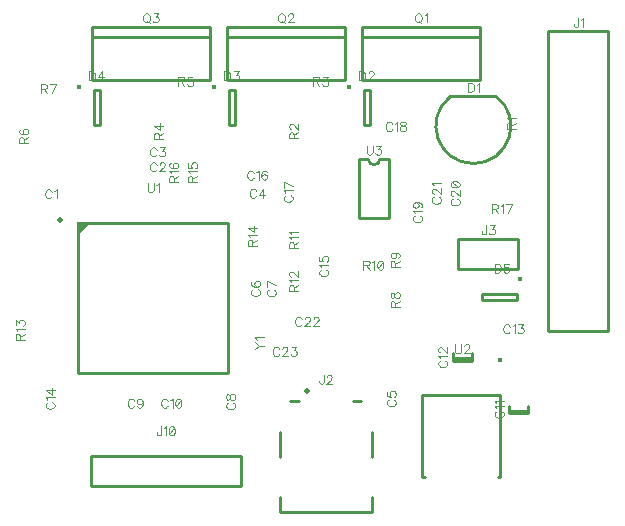
<source format=gbr>
G04 DipTrace 2.4.0.2*
%INTopSilk.gbr*%
%MOIN*%
%ADD10C,0.0098*%
%ADD24C,0.0154*%
%ADD29C,0.0197*%
%ADD34O,0.0179X0.0184*%
%ADD85C,0.0046*%
%FSLAX44Y44*%
G04*
G70*
G90*
G75*
G01*
%LNTopSilk*%
%LPD*%
X21252Y6945D2*
D10*
X20622D1*
X21252Y6870D2*
X20622D1*
X21252D2*
Y7106D1*
X20622Y6870D2*
Y7106D1*
X19377Y8695D2*
X18747D1*
X19377Y8620D2*
X18747D1*
X19377D2*
Y8856D1*
X18747Y8620D2*
Y8856D1*
X18688Y17437D2*
X20186D1*
X18685Y17435D2*
G03X20189Y17435I752J-998D01*
G01*
D24*
X15290Y17745D3*
X15791Y17653D2*
D10*
Y16472D1*
X15988D1*
Y17653D1*
X15791D1*
D24*
X10790Y17745D3*
X11291Y17653D2*
D10*
Y16472D1*
X11488D1*
Y17653D1*
X11291D1*
D24*
X6290Y17745D3*
X6791Y17653D2*
D10*
Y16472D1*
X6988D1*
Y17653D1*
X6791D1*
D24*
X20995Y11334D3*
X20903Y10833D2*
D10*
X19722D1*
Y10636D1*
X20903D1*
Y10833D1*
X21937Y9596D2*
X23937D1*
Y19596D1*
X21937D1*
Y9596D1*
X12981Y3571D2*
X16052D1*
X12981D2*
Y4063D1*
Y5394D2*
Y6236D1*
X13335Y7271D2*
X13611D1*
X15422D2*
X15697D1*
X16052Y6236D2*
Y5394D1*
Y4063D2*
Y3571D1*
D29*
X13886Y7606D3*
X20937Y12687D2*
D10*
X18937D1*
Y11687D1*
X20937D1*
Y12687D1*
X6687Y5437D2*
X11687D1*
Y4437D1*
X6687D1*
Y5437D1*
X15719Y19750D2*
X19656D1*
Y17978D1*
X15719D1*
Y19750D1*
Y19396D2*
X19656D1*
X11219Y19750D2*
X15156D1*
Y17978D1*
X11219D1*
Y19750D1*
Y19396D2*
X15156D1*
X6719Y19750D2*
X10656D1*
Y17978D1*
X6719D1*
Y19750D1*
Y19396D2*
X10656D1*
X6258Y13200D2*
X11258D1*
Y8200D1*
X6258D1*
Y13200D1*
G36*
X6219Y13239D2*
Y12763D1*
X6695Y13239D1*
X6219D1*
G37*
D34*
X5669Y13296D3*
X20339Y7478D2*
D10*
X17740D1*
X20339Y4722D2*
Y7478D1*
Y4722D2*
X20260D1*
X17740D2*
Y7478D1*
Y4722D2*
X17819D1*
D24*
X20329Y8628D3*
X15613Y15341D2*
D10*
Y13372D1*
X16637Y15341D2*
Y13372D1*
X15613D2*
X16637D1*
X15928Y15341D2*
X15613D1*
X16322D2*
X16637D1*
X15928D2*
G03X16322Y15341I197J0D01*
G01*
X5378Y14252D2*
D85*
X5363Y14280D1*
X5335Y14309D1*
X5306Y14323D1*
X5249D1*
X5220Y14309D1*
X5191Y14280D1*
X5177Y14252D1*
X5162Y14208D1*
Y14136D1*
X5177Y14094D1*
X5191Y14065D1*
X5220Y14036D1*
X5249Y14022D1*
X5306D1*
X5335Y14036D1*
X5363Y14065D1*
X5378Y14094D1*
X5470Y14265D2*
X5499Y14280D1*
X5542Y14323D1*
Y14022D1*
X8874Y15152D2*
X8860Y15181D1*
X8831Y15210D1*
X8803Y15224D1*
X8745D1*
X8716Y15210D1*
X8688Y15181D1*
X8673Y15152D1*
X8659Y15109D1*
Y15037D1*
X8673Y14994D1*
X8688Y14965D1*
X8716Y14937D1*
X8745Y14922D1*
X8803D1*
X8831Y14937D1*
X8860Y14965D1*
X8874Y14994D1*
X8981Y15152D2*
Y15166D1*
X8996Y15195D1*
X9010Y15209D1*
X9039Y15223D1*
X9096D1*
X9125Y15209D1*
X9139Y15195D1*
X9154Y15166D1*
Y15138D1*
X9139Y15109D1*
X9110Y15066D1*
X8967Y14922D1*
X9168D1*
X8874Y15652D2*
X8860Y15681D1*
X8831Y15710D1*
X8803Y15724D1*
X8745D1*
X8716Y15710D1*
X8688Y15681D1*
X8673Y15652D1*
X8659Y15609D1*
Y15537D1*
X8673Y15494D1*
X8688Y15465D1*
X8716Y15437D1*
X8745Y15422D1*
X8803D1*
X8831Y15437D1*
X8860Y15465D1*
X8874Y15494D1*
X8996Y15723D2*
X9153D1*
X9067Y15609D1*
X9110D1*
X9139Y15594D1*
X9153Y15580D1*
X9168Y15537D1*
Y15509D1*
X9153Y15465D1*
X9125Y15437D1*
X9082Y15422D1*
X9038D1*
X8996Y15437D1*
X8981Y15451D1*
X8967Y15480D1*
X12198Y14277D2*
X12184Y14306D1*
X12155Y14335D1*
X12126Y14349D1*
X12069D1*
X12040Y14335D1*
X12011Y14306D1*
X11997Y14277D1*
X11983Y14234D1*
Y14162D1*
X11997Y14119D1*
X12011Y14090D1*
X12040Y14062D1*
X12069Y14047D1*
X12126D1*
X12155Y14062D1*
X12184Y14090D1*
X12198Y14119D1*
X12434Y14047D2*
Y14348D1*
X12290Y14148D1*
X12506D1*
X16622Y7313D2*
X16594Y7299D1*
X16565Y7270D1*
X16551Y7242D1*
Y7184D1*
X16565Y7155D1*
X16594Y7127D1*
X16622Y7112D1*
X16666Y7098D1*
X16738D1*
X16780Y7112D1*
X16809Y7127D1*
X16838Y7155D1*
X16852Y7184D1*
Y7242D1*
X16838Y7270D1*
X16809Y7299D1*
X16780Y7313D1*
X16551Y7578D2*
Y7435D1*
X16680Y7420D1*
X16666Y7435D1*
X16651Y7478D1*
Y7521D1*
X16666Y7564D1*
X16694Y7593D1*
X16738Y7607D1*
X16766D1*
X16809Y7593D1*
X16838Y7564D1*
X16852Y7521D1*
Y7478D1*
X16838Y7435D1*
X16823Y7420D1*
X16795Y7406D1*
X12092Y10990D2*
X12063Y10976D1*
X12035Y10947D1*
X12020Y10918D1*
Y10861D1*
X12035Y10832D1*
X12063Y10803D1*
X12092Y10789D1*
X12135Y10775D1*
X12207D1*
X12250Y10789D1*
X12279Y10803D1*
X12307Y10832D1*
X12322Y10861D1*
Y10918D1*
X12307Y10947D1*
X12279Y10976D1*
X12250Y10990D1*
X12063Y11255D2*
X12035Y11240D1*
X12021Y11197D1*
Y11169D1*
X12035Y11126D1*
X12078Y11097D1*
X12150Y11082D1*
X12221D1*
X12279Y11097D1*
X12307Y11126D1*
X12322Y11169D1*
Y11183D1*
X12307Y11226D1*
X12279Y11255D1*
X12236Y11269D1*
X12221D1*
X12178Y11255D1*
X12150Y11226D1*
X12135Y11183D1*
Y11169D1*
X12150Y11126D1*
X12178Y11097D1*
X12221Y11082D1*
X12622Y10982D2*
X12594Y10968D1*
X12565Y10939D1*
X12551Y10911D1*
Y10853D1*
X12565Y10825D1*
X12594Y10796D1*
X12622Y10782D1*
X12666Y10767D1*
X12738D1*
X12780Y10782D1*
X12809Y10796D1*
X12838Y10825D1*
X12852Y10853D1*
Y10911D1*
X12838Y10939D1*
X12809Y10968D1*
X12780Y10982D1*
X12852Y11132D2*
X12551Y11276D1*
Y11075D1*
X11264Y7214D2*
X11236Y7200D1*
X11207Y7171D1*
X11193Y7142D1*
Y7085D1*
X11207Y7056D1*
X11236Y7028D1*
X11264Y7013D1*
X11307Y6999D1*
X11379D1*
X11422Y7013D1*
X11451Y7028D1*
X11479Y7056D1*
X11494Y7085D1*
Y7142D1*
X11479Y7171D1*
X11451Y7200D1*
X11422Y7214D1*
X11193Y7378D2*
X11207Y7335D1*
X11236Y7321D1*
X11265D1*
X11293Y7335D1*
X11308Y7364D1*
X11322Y7421D1*
X11336Y7464D1*
X11365Y7493D1*
X11394Y7507D1*
X11437D1*
X11465Y7493D1*
X11480Y7479D1*
X11494Y7436D1*
Y7378D1*
X11480Y7335D1*
X11465Y7321D1*
X11437Y7307D1*
X11394D1*
X11365Y7321D1*
X11336Y7350D1*
X11322Y7392D1*
X11308Y7450D1*
X11293Y7479D1*
X11265Y7493D1*
X11236D1*
X11207Y7479D1*
X11193Y7436D1*
Y7378D1*
X8131Y7277D2*
X8117Y7306D1*
X8088Y7335D1*
X8060Y7349D1*
X8002D1*
X7973Y7335D1*
X7945Y7306D1*
X7930Y7277D1*
X7916Y7234D1*
Y7162D1*
X7930Y7119D1*
X7945Y7090D1*
X7973Y7062D1*
X8002Y7047D1*
X8060D1*
X8088Y7062D1*
X8117Y7090D1*
X8131Y7119D1*
X8411Y7248D2*
X8396Y7205D1*
X8368Y7176D1*
X8324Y7162D1*
X8310D1*
X8267Y7176D1*
X8239Y7205D1*
X8224Y7248D1*
Y7263D1*
X8239Y7306D1*
X8267Y7334D1*
X8310Y7348D1*
X8324D1*
X8368Y7334D1*
X8396Y7306D1*
X8411Y7248D1*
Y7176D1*
X8396Y7105D1*
X8368Y7062D1*
X8324Y7047D1*
X8296D1*
X8253Y7062D1*
X8239Y7090D1*
X9248Y7277D2*
X9233Y7306D1*
X9205Y7335D1*
X9176Y7349D1*
X9119D1*
X9090Y7335D1*
X9061Y7306D1*
X9047Y7277D1*
X9032Y7234D1*
Y7162D1*
X9047Y7119D1*
X9061Y7090D1*
X9090Y7062D1*
X9119Y7047D1*
X9176D1*
X9205Y7062D1*
X9233Y7090D1*
X9248Y7119D1*
X9340Y7291D2*
X9369Y7306D1*
X9412Y7348D1*
Y7047D1*
X9591Y7348D2*
X9548Y7334D1*
X9519Y7291D1*
X9505Y7219D1*
Y7176D1*
X9519Y7105D1*
X9548Y7062D1*
X9591Y7047D1*
X9620D1*
X9663Y7062D1*
X9691Y7105D1*
X9706Y7176D1*
Y7219D1*
X9691Y7291D1*
X9663Y7334D1*
X9620Y7348D1*
X9591D1*
X9691Y7291D2*
X9519Y7105D1*
X20215Y6931D2*
X20186Y6917D1*
X20158Y6888D1*
X20143Y6860D1*
Y6802D1*
X20158Y6773D1*
X20186Y6745D1*
X20215Y6730D1*
X20258Y6716D1*
X20330D1*
X20373Y6730D1*
X20402Y6745D1*
X20430Y6773D1*
X20445Y6802D1*
Y6860D1*
X20430Y6888D1*
X20402Y6917D1*
X20373Y6931D1*
X20201Y7024D2*
X20186Y7053D1*
X20144Y7096D1*
X20445D1*
X20201Y7188D2*
X20186Y7217D1*
X20144Y7260D1*
X20445D1*
X18340Y8617D2*
X18311Y8602D1*
X18283Y8574D1*
X18268Y8545D1*
Y8488D1*
X18283Y8459D1*
X18311Y8430D1*
X18340Y8416D1*
X18383Y8401D1*
X18455D1*
X18498Y8416D1*
X18527Y8430D1*
X18555Y8459D1*
X18570Y8488D1*
Y8545D1*
X18555Y8574D1*
X18527Y8602D1*
X18498Y8617D1*
X18326Y8709D2*
X18311Y8738D1*
X18269Y8781D1*
X18570D1*
X18340Y8889D2*
X18326D1*
X18297Y8903D1*
X18283Y8917D1*
X18269Y8946D1*
Y9003D1*
X18283Y9032D1*
X18297Y9046D1*
X18326Y9061D1*
X18355D1*
X18383Y9046D1*
X18426Y9018D1*
X18570Y8874D1*
Y9075D1*
X20650Y9752D2*
X20636Y9780D1*
X20607Y9809D1*
X20579Y9823D1*
X20521D1*
X20492Y9809D1*
X20464Y9780D1*
X20449Y9752D1*
X20435Y9708D1*
Y9636D1*
X20449Y9594D1*
X20464Y9565D1*
X20492Y9536D1*
X20521Y9522D1*
X20579D1*
X20607Y9536D1*
X20636Y9565D1*
X20650Y9594D1*
X20743Y9765D2*
X20772Y9780D1*
X20815Y9823D1*
Y9522D1*
X20936Y9823D2*
X21094D1*
X21008Y9708D1*
X21051D1*
X21080Y9694D1*
X21094Y9680D1*
X21108Y9636D1*
Y9608D1*
X21094Y9565D1*
X21065Y9536D1*
X21022Y9522D1*
X20979D1*
X20936Y9536D1*
X20922Y9551D1*
X20907Y9579D1*
X5247Y7224D2*
X5219Y7209D1*
X5190Y7181D1*
X5176Y7152D1*
Y7095D1*
X5190Y7066D1*
X5219Y7037D1*
X5247Y7023D1*
X5291Y7009D1*
X5363D1*
X5405Y7023D1*
X5434Y7037D1*
X5463Y7066D1*
X5477Y7095D1*
Y7152D1*
X5463Y7181D1*
X5434Y7209D1*
X5405Y7224D1*
X5234Y7316D2*
X5219Y7345D1*
X5176Y7388D1*
X5477D1*
Y7625D2*
X5176D1*
X5377Y7481D1*
Y7696D1*
X14372Y11650D2*
X14344Y11636D1*
X14315Y11607D1*
X14301Y11579D1*
Y11521D1*
X14315Y11492D1*
X14344Y11464D1*
X14372Y11449D1*
X14416Y11435D1*
X14488D1*
X14530Y11449D1*
X14559Y11464D1*
X14588Y11492D1*
X14602Y11521D1*
Y11579D1*
X14588Y11607D1*
X14559Y11636D1*
X14530Y11650D1*
X14359Y11743D2*
X14344Y11772D1*
X14301Y11815D1*
X14602D1*
X14301Y12080D2*
Y11936D1*
X14430Y11922D1*
X14416Y11936D1*
X14401Y11979D1*
Y12022D1*
X14416Y12065D1*
X14444Y12094D1*
X14488Y12108D1*
X14516D1*
X14559Y12094D1*
X14588Y12065D1*
X14602Y12022D1*
Y11979D1*
X14588Y11936D1*
X14573Y11922D1*
X14545Y11907D1*
X12113Y14877D2*
X12099Y14905D1*
X12070Y14934D1*
X12042Y14948D1*
X11984D1*
X11955Y14934D1*
X11927Y14905D1*
X11912Y14877D1*
X11898Y14833D1*
Y14761D1*
X11912Y14719D1*
X11927Y14690D1*
X11955Y14661D1*
X11984Y14647D1*
X12042D1*
X12070Y14661D1*
X12099Y14690D1*
X12113Y14719D1*
X12206Y14890D2*
X12235Y14905D1*
X12278Y14948D1*
Y14647D1*
X12543Y14905D2*
X12528Y14934D1*
X12485Y14948D1*
X12457D1*
X12414Y14934D1*
X12385Y14890D1*
X12370Y14819D1*
Y14747D1*
X12385Y14690D1*
X12414Y14661D1*
X12457Y14647D1*
X12471D1*
X12514Y14661D1*
X12543Y14690D1*
X12557Y14733D1*
Y14747D1*
X12543Y14790D1*
X12514Y14819D1*
X12471Y14833D1*
X12457D1*
X12414Y14819D1*
X12385Y14790D1*
X12370Y14747D1*
X13183Y14127D2*
X13155Y14112D1*
X13126Y14083D1*
X13112Y14055D1*
Y13998D1*
X13126Y13969D1*
X13155Y13940D1*
X13183Y13926D1*
X13227Y13911D1*
X13299D1*
X13341Y13926D1*
X13370Y13940D1*
X13399Y13969D1*
X13413Y13998D1*
Y14055D1*
X13399Y14083D1*
X13370Y14112D1*
X13341Y14127D1*
X13170Y14219D2*
X13155Y14248D1*
X13112Y14291D1*
X13413D1*
Y14441D2*
X13112Y14585D1*
Y14384D1*
X16731Y16502D2*
X16717Y16530D1*
X16688Y16559D1*
X16659Y16573D1*
X16602D1*
X16573Y16559D1*
X16545Y16530D1*
X16530Y16502D1*
X16516Y16458D1*
Y16386D1*
X16530Y16344D1*
X16545Y16315D1*
X16573Y16286D1*
X16602Y16272D1*
X16659D1*
X16688Y16286D1*
X16717Y16315D1*
X16731Y16344D1*
X16824Y16515D2*
X16853Y16530D1*
X16896Y16573D1*
Y16272D1*
X17060Y16573D2*
X17017Y16559D1*
X17003Y16530D1*
Y16501D1*
X17017Y16473D1*
X17046Y16458D1*
X17103Y16444D1*
X17146Y16430D1*
X17175Y16401D1*
X17189Y16372D1*
Y16329D1*
X17175Y16301D1*
X17160Y16286D1*
X17117Y16272D1*
X17060D1*
X17017Y16286D1*
X17003Y16301D1*
X16988Y16329D1*
Y16372D1*
X17003Y16401D1*
X17031Y16430D1*
X17074Y16444D1*
X17132Y16458D1*
X17160Y16473D1*
X17175Y16501D1*
Y16530D1*
X17160Y16559D1*
X17117Y16573D1*
X17060D1*
X17497Y13452D2*
X17469Y13437D1*
X17440Y13408D1*
X17426Y13380D1*
Y13323D1*
X17440Y13294D1*
X17469Y13265D1*
X17497Y13251D1*
X17541Y13236D1*
X17613D1*
X17655Y13251D1*
X17684Y13265D1*
X17713Y13294D1*
X17727Y13323D1*
Y13380D1*
X17713Y13408D1*
X17684Y13437D1*
X17655Y13452D1*
X17484Y13544D2*
X17469Y13573D1*
X17426Y13616D1*
X17727D1*
X17526Y13896D2*
X17569Y13881D1*
X17598Y13852D1*
X17613Y13809D1*
Y13795D1*
X17598Y13752D1*
X17569Y13723D1*
X17526Y13709D1*
X17512D1*
X17469Y13723D1*
X17440Y13752D1*
X17426Y13795D1*
Y13809D1*
X17440Y13852D1*
X17469Y13881D1*
X17526Y13896D1*
X17598D1*
X17670Y13881D1*
X17713Y13852D1*
X17727Y13809D1*
Y13781D1*
X17713Y13738D1*
X17684Y13723D1*
X18747Y14005D2*
X18719Y13991D1*
X18690Y13962D1*
X18676Y13933D1*
Y13876D1*
X18690Y13847D1*
X18719Y13819D1*
X18747Y13804D1*
X18791Y13790D1*
X18863D1*
X18905Y13804D1*
X18934Y13819D1*
X18963Y13847D1*
X18977Y13876D1*
Y13933D1*
X18963Y13962D1*
X18934Y13991D1*
X18905Y14005D1*
X18748Y14112D2*
X18734D1*
X18705Y14126D1*
X18690Y14141D1*
X18676Y14170D1*
Y14227D1*
X18690Y14255D1*
X18705Y14270D1*
X18734Y14284D1*
X18762D1*
X18791Y14270D1*
X18834Y14241D1*
X18977Y14098D1*
Y14299D1*
X18676Y14477D2*
X18690Y14434D1*
X18734Y14405D1*
X18805Y14391D1*
X18848D1*
X18920Y14405D1*
X18963Y14434D1*
X18977Y14477D1*
Y14506D1*
X18963Y14549D1*
X18920Y14578D1*
X18848Y14592D1*
X18805D1*
X18734Y14578D1*
X18690Y14549D1*
X18676Y14506D1*
Y14477D1*
X18734Y14578D2*
X18920Y14405D1*
X18122Y14069D2*
X18094Y14055D1*
X18065Y14026D1*
X18051Y13998D1*
Y13940D1*
X18065Y13912D1*
X18094Y13883D1*
X18122Y13869D1*
X18166Y13854D1*
X18238D1*
X18280Y13869D1*
X18309Y13883D1*
X18338Y13912D1*
X18352Y13940D1*
Y13998D1*
X18338Y14026D1*
X18309Y14055D1*
X18280Y14069D1*
X18123Y14177D2*
X18109D1*
X18080Y14191D1*
X18065Y14205D1*
X18051Y14234D1*
Y14291D1*
X18065Y14320D1*
X18080Y14334D1*
X18109Y14349D1*
X18137D1*
X18166Y14334D1*
X18209Y14306D1*
X18352Y14162D1*
Y14363D1*
X18109Y14456D2*
X18094Y14485D1*
X18051Y14528D1*
X18352D1*
X13711Y10002D2*
X13696Y10030D1*
X13668Y10059D1*
X13639Y10073D1*
X13582D1*
X13553Y10059D1*
X13524Y10030D1*
X13510Y10002D1*
X13495Y9958D1*
Y9886D1*
X13510Y9844D1*
X13524Y9815D1*
X13553Y9786D1*
X13582Y9772D1*
X13639D1*
X13668Y9786D1*
X13696Y9815D1*
X13711Y9844D1*
X13818Y10001D2*
Y10015D1*
X13832Y10044D1*
X13846Y10059D1*
X13875Y10073D1*
X13933D1*
X13961Y10059D1*
X13975Y10044D1*
X13990Y10015D1*
Y9987D1*
X13975Y9958D1*
X13947Y9915D1*
X13803Y9772D1*
X14004D1*
X14111Y10001D2*
Y10015D1*
X14126Y10044D1*
X14140Y10059D1*
X14169Y10073D1*
X14226D1*
X14255Y10059D1*
X14269Y10044D1*
X14284Y10015D1*
Y9987D1*
X14269Y9958D1*
X14240Y9915D1*
X14097Y9772D1*
X14298D1*
X12961Y9002D2*
X12946Y9030D1*
X12918Y9059D1*
X12889Y9073D1*
X12832D1*
X12803Y9059D1*
X12774Y9030D1*
X12760Y9002D1*
X12745Y8958D1*
Y8886D1*
X12760Y8844D1*
X12774Y8815D1*
X12803Y8786D1*
X12832Y8772D1*
X12889D1*
X12918Y8786D1*
X12946Y8815D1*
X12961Y8844D1*
X13068Y9001D2*
Y9015D1*
X13082Y9044D1*
X13096Y9059D1*
X13125Y9073D1*
X13183D1*
X13211Y9059D1*
X13225Y9044D1*
X13240Y9015D1*
Y8987D1*
X13225Y8958D1*
X13197Y8915D1*
X13053Y8772D1*
X13254D1*
X13376Y9073D2*
X13533D1*
X13447Y8958D1*
X13490D1*
X13519Y8944D1*
X13533Y8930D1*
X13548Y8886D1*
Y8858D1*
X13533Y8815D1*
X13505Y8786D1*
X13462Y8772D1*
X13419D1*
X13376Y8786D1*
X13361Y8801D1*
X13347Y8829D1*
X19254Y17876D2*
Y17575D1*
X19355D1*
X19398Y17589D1*
X19427Y17618D1*
X19441Y17647D1*
X19455Y17690D1*
Y17762D1*
X19441Y17805D1*
X19427Y17833D1*
X19398Y17862D1*
X19355Y17876D1*
X19254D1*
X19548Y17819D2*
X19577Y17833D1*
X19620Y17876D1*
Y17575D1*
X15634Y18262D2*
Y17960D1*
X15734D1*
X15777Y17975D1*
X15806Y18004D1*
X15820Y18032D1*
X15835Y18075D1*
Y18147D1*
X15820Y18190D1*
X15806Y18219D1*
X15777Y18248D1*
X15734Y18262D1*
X15634D1*
X15942Y18190D2*
Y18204D1*
X15956Y18233D1*
X15970Y18247D1*
X15999Y18262D1*
X16057D1*
X16085Y18247D1*
X16099Y18233D1*
X16114Y18204D1*
Y18176D1*
X16099Y18147D1*
X16071Y18104D1*
X15927Y17960D1*
X16128D1*
X11134Y18262D2*
Y17960D1*
X11234D1*
X11277Y17975D1*
X11306Y18004D1*
X11320Y18032D1*
X11335Y18075D1*
Y18147D1*
X11320Y18190D1*
X11306Y18219D1*
X11277Y18248D1*
X11234Y18262D1*
X11134D1*
X11456D2*
X11614D1*
X11528Y18147D1*
X11571D1*
X11599Y18133D1*
X11614Y18118D1*
X11628Y18075D1*
Y18047D1*
X11614Y18004D1*
X11585Y17975D1*
X11542Y17960D1*
X11499D1*
X11456Y17975D1*
X11442Y17989D1*
X11427Y18018D1*
X6627Y18262D2*
Y17960D1*
X6727D1*
X6770Y17975D1*
X6799Y18004D1*
X6813Y18032D1*
X6828Y18075D1*
Y18147D1*
X6813Y18190D1*
X6799Y18219D1*
X6770Y18248D1*
X6727Y18262D1*
X6627D1*
X7064Y17960D2*
Y18262D1*
X6920Y18061D1*
X7135D1*
X20150Y11851D2*
Y11549D1*
X20251D1*
X20294Y11564D1*
X20323Y11592D1*
X20337Y11621D1*
X20351Y11664D1*
Y11736D1*
X20337Y11779D1*
X20323Y11807D1*
X20294Y11836D1*
X20251Y11851D1*
X20150D1*
X20616Y11850D2*
X20473D1*
X20458Y11721D1*
X20473Y11735D1*
X20516Y11750D1*
X20559D1*
X20602Y11735D1*
X20631Y11707D1*
X20645Y11664D1*
Y11635D1*
X20631Y11592D1*
X20602Y11563D1*
X20559Y11549D1*
X20516D1*
X20473Y11563D1*
X20458Y11578D1*
X20444Y11606D1*
X22927Y20035D2*
Y19806D1*
X22912Y19762D1*
X22898Y19748D1*
X22869Y19734D1*
X22840D1*
X22812Y19748D1*
X22798Y19762D1*
X22783Y19806D1*
Y19834D1*
X23019Y19977D2*
X23048Y19992D1*
X23091Y20035D1*
Y19734D1*
X14441Y8144D2*
Y7915D1*
X14427Y7871D1*
X14412Y7857D1*
X14384Y7843D1*
X14355D1*
X14326Y7857D1*
X14312Y7871D1*
X14297Y7915D1*
Y7943D1*
X14548Y8072D2*
Y8086D1*
X14563Y8115D1*
X14577Y8129D1*
X14606Y8144D1*
X14663D1*
X14692Y8129D1*
X14706Y8115D1*
X14720Y8086D1*
Y8058D1*
X14706Y8029D1*
X14677Y7986D1*
X14534Y7843D1*
X14735D1*
X19862Y13126D2*
Y12897D1*
X19848Y12854D1*
X19833Y12839D1*
X19805Y12825D1*
X19776D1*
X19747Y12839D1*
X19733Y12854D1*
X19718Y12897D1*
Y12925D1*
X19983Y13126D2*
X20141D1*
X20055Y13011D1*
X20098D1*
X20127Y12997D1*
X20141Y12983D1*
X20156Y12940D1*
Y12911D1*
X20141Y12868D1*
X20112Y12839D1*
X20069Y12825D1*
X20026D1*
X19983Y12839D1*
X19969Y12854D1*
X19955Y12882D1*
X9030Y6426D2*
Y6196D1*
X9015Y6153D1*
X9001Y6139D1*
X8972Y6124D1*
X8943D1*
X8915Y6139D1*
X8901Y6153D1*
X8886Y6196D1*
Y6225D1*
X9122Y6368D2*
X9151Y6382D1*
X9194Y6425D1*
Y6124D1*
X9373Y6425D2*
X9330Y6411D1*
X9301Y6368D1*
X9287Y6296D1*
Y6253D1*
X9301Y6181D1*
X9330Y6138D1*
X9373Y6124D1*
X9402D1*
X9445Y6138D1*
X9473Y6181D1*
X9488Y6253D1*
Y6296D1*
X9473Y6368D1*
X9445Y6411D1*
X9402Y6425D1*
X9373D1*
X9473Y6368D2*
X9301Y6181D1*
X17576Y20189D2*
X17548Y20175D1*
X17519Y20147D1*
X17504Y20118D1*
X17490Y20075D1*
Y20003D1*
X17504Y19960D1*
X17519Y19931D1*
X17548Y19902D1*
X17576Y19888D1*
X17633D1*
X17662Y19902D1*
X17691Y19931D1*
X17705Y19960D1*
X17720Y20003D1*
Y20075D1*
X17705Y20118D1*
X17691Y20147D1*
X17662Y20175D1*
X17633Y20189D1*
X17576D1*
X17619Y19946D2*
X17705Y19859D1*
X17812Y20132D2*
X17841Y20146D1*
X17884Y20189D1*
Y19888D1*
X13012Y20189D2*
X12983Y20175D1*
X12954Y20147D1*
X12940Y20118D1*
X12925Y20075D1*
Y20003D1*
X12940Y19960D1*
X12954Y19931D1*
X12983Y19902D1*
X13012Y19888D1*
X13069D1*
X13098Y19902D1*
X13126Y19931D1*
X13141Y19960D1*
X13155Y20003D1*
Y20075D1*
X13141Y20118D1*
X13126Y20147D1*
X13098Y20175D1*
X13069Y20189D1*
X13012D1*
X13055Y19946D2*
X13141Y19859D1*
X13262Y20117D2*
Y20132D1*
X13277Y20160D1*
X13291Y20175D1*
X13320Y20189D1*
X13377D1*
X13406Y20175D1*
X13420Y20160D1*
X13434Y20132D1*
Y20103D1*
X13420Y20074D1*
X13391Y20031D1*
X13248Y19888D1*
X13449D1*
X8512Y20189D2*
X8483Y20175D1*
X8454Y20147D1*
X8440Y20118D1*
X8425Y20075D1*
Y20003D1*
X8440Y19960D1*
X8454Y19931D1*
X8483Y19902D1*
X8512Y19888D1*
X8569D1*
X8598Y19902D1*
X8626Y19931D1*
X8641Y19960D1*
X8655Y20003D1*
Y20075D1*
X8641Y20118D1*
X8626Y20147D1*
X8598Y20175D1*
X8569Y20189D1*
X8512D1*
X8555Y19946D2*
X8641Y19859D1*
X8777Y20189D2*
X8934D1*
X8848Y20074D1*
X8891D1*
X8920Y20060D1*
X8934Y20046D1*
X8949Y20003D1*
Y19974D1*
X8934Y19931D1*
X8906Y19902D1*
X8862Y19888D1*
X8819D1*
X8777Y19902D1*
X8762Y19917D1*
X8748Y19945D1*
X20694Y16339D2*
Y16468D1*
X20680Y16511D1*
X20666Y16526D1*
X20637Y16540D1*
X20608D1*
X20580Y16526D1*
X20565Y16511D1*
X20551Y16468D1*
Y16339D1*
X20852D1*
X20694Y16439D2*
X20852Y16540D1*
X20609Y16632D2*
X20594Y16661D1*
X20551Y16704D1*
X20852D1*
X13444Y16024D2*
Y16153D1*
X13430Y16196D1*
X13416Y16211D1*
X13387Y16225D1*
X13358D1*
X13330Y16211D1*
X13315Y16196D1*
X13301Y16153D1*
Y16024D1*
X13602D1*
X13444Y16125D2*
X13602Y16225D1*
X13373Y16333D2*
X13359D1*
X13330Y16347D1*
X13315Y16361D1*
X13301Y16390D1*
Y16447D1*
X13315Y16476D1*
X13330Y16490D1*
X13359Y16505D1*
X13387D1*
X13416Y16490D1*
X13459Y16462D1*
X13602Y16318D1*
Y16519D1*
X14105Y17930D2*
X14234D1*
X14277Y17944D1*
X14292Y17958D1*
X14306Y17987D1*
Y18016D1*
X14292Y18044D1*
X14277Y18059D1*
X14234Y18073D1*
X14105D1*
Y17772D1*
X14206Y17930D2*
X14306Y17772D1*
X14428Y18073D2*
X14585D1*
X14499Y17958D1*
X14542D1*
X14571Y17944D1*
X14585Y17930D1*
X14600Y17886D1*
Y17858D1*
X14585Y17815D1*
X14557Y17786D1*
X14513Y17772D1*
X14470D1*
X14428Y17786D1*
X14413Y17801D1*
X14399Y17829D1*
X8944Y16017D2*
Y16146D1*
X8930Y16189D1*
X8916Y16204D1*
X8887Y16218D1*
X8858D1*
X8830Y16204D1*
X8815Y16189D1*
X8801Y16146D1*
Y16017D1*
X9102D1*
X8944Y16118D2*
X9102Y16218D1*
Y16454D2*
X8801D1*
X9002Y16311D1*
Y16526D1*
X9605Y17930D2*
X9734D1*
X9777Y17944D1*
X9792Y17958D1*
X9806Y17987D1*
Y18016D1*
X9792Y18044D1*
X9777Y18059D1*
X9734Y18073D1*
X9605D1*
Y17772D1*
X9706Y17930D2*
X9806Y17772D1*
X10071Y18073D2*
X9928D1*
X9913Y17944D1*
X9928Y17958D1*
X9971Y17973D1*
X10013D1*
X10057Y17958D1*
X10085Y17930D1*
X10100Y17886D1*
Y17858D1*
X10085Y17815D1*
X10057Y17786D1*
X10013Y17772D1*
X9971D1*
X9928Y17786D1*
X9913Y17801D1*
X9899Y17829D1*
X4444Y15862D2*
Y15991D1*
X4430Y16034D1*
X4416Y16049D1*
X4387Y16063D1*
X4358D1*
X4330Y16049D1*
X4315Y16034D1*
X4301Y15991D1*
Y15862D1*
X4602D1*
X4444Y15963D2*
X4602Y16063D1*
X4344Y16328D2*
X4315Y16314D1*
X4301Y16271D1*
Y16242D1*
X4315Y16199D1*
X4359Y16170D1*
X4430Y16156D1*
X4502D1*
X4559Y16170D1*
X4588Y16199D1*
X4602Y16242D1*
Y16256D1*
X4588Y16299D1*
X4559Y16328D1*
X4516Y16342D1*
X4502D1*
X4459Y16328D1*
X4430Y16299D1*
X4416Y16256D1*
Y16242D1*
X4430Y16199D1*
X4459Y16170D1*
X4502Y16156D1*
X5024Y17680D2*
X5153D1*
X5196Y17694D1*
X5211Y17708D1*
X5225Y17737D1*
Y17766D1*
X5211Y17794D1*
X5196Y17809D1*
X5153Y17823D1*
X5024D1*
Y17522D1*
X5125Y17680D2*
X5225Y17522D1*
X5375D2*
X5519Y17823D1*
X5318D1*
X16819Y10400D2*
Y10529D1*
X16805Y10572D1*
X16791Y10586D1*
X16762Y10601D1*
X16733D1*
X16705Y10586D1*
X16690Y10572D1*
X16676Y10529D1*
Y10400D1*
X16977D1*
X16819Y10500D2*
X16977Y10601D1*
X16676Y10765D2*
X16690Y10722D1*
X16719Y10707D1*
X16748D1*
X16776Y10722D1*
X16791Y10751D1*
X16805Y10808D1*
X16819Y10851D1*
X16848Y10880D1*
X16877Y10894D1*
X16920D1*
X16948Y10880D1*
X16963Y10865D1*
X16977Y10822D1*
Y10765D1*
X16963Y10722D1*
X16948Y10707D1*
X16920Y10693D1*
X16877D1*
X16848Y10707D1*
X16819Y10736D1*
X16805Y10779D1*
X16791Y10836D1*
X16776Y10865D1*
X16748Y10880D1*
X16719D1*
X16690Y10865D1*
X16676Y10822D1*
Y10765D1*
X16819Y11737D2*
Y11866D1*
X16805Y11909D1*
X16791Y11924D1*
X16762Y11938D1*
X16733D1*
X16705Y11924D1*
X16690Y11909D1*
X16676Y11866D1*
Y11737D1*
X16977D1*
X16819Y11838D2*
X16977Y11938D1*
X16776Y12218D2*
X16819Y12203D1*
X16848Y12174D1*
X16863Y12131D1*
Y12117D1*
X16848Y12074D1*
X16819Y12045D1*
X16776Y12031D1*
X16762D1*
X16719Y12045D1*
X16690Y12074D1*
X16676Y12117D1*
Y12131D1*
X16690Y12174D1*
X16719Y12203D1*
X16776Y12218D1*
X16848D1*
X16920Y12203D1*
X16963Y12174D1*
X16977Y12131D1*
Y12103D1*
X16963Y12060D1*
X16934Y12045D1*
X15773Y11805D2*
X15902D1*
X15945Y11819D1*
X15959Y11833D1*
X15974Y11862D1*
Y11891D1*
X15959Y11919D1*
X15945Y11934D1*
X15902Y11948D1*
X15773D1*
Y11647D1*
X15873Y11805D2*
X15974Y11647D1*
X16066Y11890D2*
X16095Y11905D1*
X16138Y11948D1*
Y11647D1*
X16317Y11948D2*
X16274Y11934D1*
X16245Y11890D1*
X16231Y11819D1*
Y11776D1*
X16245Y11704D1*
X16274Y11661D1*
X16317Y11647D1*
X16346D1*
X16389Y11661D1*
X16417Y11704D1*
X16432Y11776D1*
Y11819D1*
X16417Y11890D1*
X16389Y11934D1*
X16346Y11948D1*
X16317D1*
X16417Y11890D2*
X16245Y11704D1*
X13444Y12382D2*
Y12511D1*
X13430Y12554D1*
X13416Y12568D1*
X13387Y12583D1*
X13358D1*
X13330Y12568D1*
X13315Y12554D1*
X13301Y12511D1*
Y12382D1*
X13602D1*
X13444Y12482D2*
X13602Y12583D1*
X13359Y12675D2*
X13344Y12704D1*
X13301Y12747D1*
X13602D1*
X13359Y12840D2*
X13344Y12869D1*
X13301Y12912D1*
X13602D1*
X13444Y10942D2*
Y11071D1*
X13430Y11114D1*
X13416Y11129D1*
X13387Y11143D1*
X13358D1*
X13330Y11129D1*
X13315Y11114D1*
X13301Y11071D1*
Y10942D1*
X13602D1*
X13444Y11043D2*
X13602Y11143D1*
X13359Y11236D2*
X13344Y11265D1*
X13301Y11308D1*
X13602D1*
X13373Y11415D2*
X13359D1*
X13330Y11429D1*
X13315Y11443D1*
X13301Y11472D1*
Y11530D1*
X13315Y11558D1*
X13330Y11572D1*
X13359Y11587D1*
X13387D1*
X13416Y11572D1*
X13459Y11544D1*
X13602Y11400D1*
Y11601D1*
X4319Y9317D2*
Y9446D1*
X4305Y9489D1*
X4291Y9504D1*
X4262Y9518D1*
X4233D1*
X4205Y9504D1*
X4190Y9489D1*
X4176Y9446D1*
Y9317D1*
X4477D1*
X4319Y9418D2*
X4477Y9518D1*
X4234Y9611D2*
X4219Y9640D1*
X4176Y9683D1*
X4477D1*
X4176Y9804D2*
Y9962D1*
X4291Y9876D1*
Y9919D1*
X4305Y9947D1*
X4319Y9962D1*
X4363Y9976D1*
X4391D1*
X4434Y9962D1*
X4463Y9933D1*
X4477Y9890D1*
Y9847D1*
X4463Y9804D1*
X4448Y9790D1*
X4420Y9775D1*
X12069Y12435D2*
Y12564D1*
X12055Y12607D1*
X12041Y12622D1*
X12012Y12636D1*
X11983D1*
X11955Y12622D1*
X11940Y12607D1*
X11926Y12564D1*
Y12435D1*
X12227D1*
X12069Y12535D2*
X12227Y12636D1*
X11984Y12729D2*
X11969Y12757D1*
X11926Y12801D1*
X12227D1*
Y13037D2*
X11926D1*
X12127Y12893D1*
Y13108D1*
X10069Y14567D2*
Y14696D1*
X10055Y14739D1*
X10041Y14754D1*
X10012Y14768D1*
X9983D1*
X9955Y14754D1*
X9940Y14739D1*
X9926Y14696D1*
Y14567D1*
X10227D1*
X10069Y14668D2*
X10227Y14768D1*
X9984Y14861D2*
X9969Y14890D1*
X9926Y14933D1*
X10227D1*
X9926Y15197D2*
Y15054D1*
X10055Y15040D1*
X10041Y15054D1*
X10026Y15097D1*
Y15140D1*
X10041Y15183D1*
X10069Y15212D1*
X10113Y15226D1*
X10141D1*
X10184Y15212D1*
X10213Y15183D1*
X10227Y15140D1*
Y15097D1*
X10213Y15054D1*
X10198Y15040D1*
X10170Y15025D1*
X9444Y14574D2*
Y14703D1*
X9430Y14746D1*
X9416Y14761D1*
X9387Y14775D1*
X9358D1*
X9330Y14761D1*
X9315Y14746D1*
X9301Y14703D1*
Y14574D1*
X9602D1*
X9444Y14675D2*
X9602Y14775D1*
X9359Y14868D2*
X9344Y14897D1*
X9301Y14940D1*
X9602D1*
X9344Y15205D2*
X9315Y15190D1*
X9301Y15147D1*
Y15119D1*
X9315Y15076D1*
X9359Y15047D1*
X9430Y15033D1*
X9502D1*
X9559Y15047D1*
X9588Y15076D1*
X9602Y15119D1*
Y15133D1*
X9588Y15176D1*
X9559Y15205D1*
X9516Y15219D1*
X9502D1*
X9459Y15205D1*
X9430Y15176D1*
X9416Y15133D1*
Y15119D1*
X9430Y15076D1*
X9459Y15047D1*
X9502Y15033D1*
X20067Y13680D2*
X20196D1*
X20239Y13694D1*
X20254Y13708D1*
X20268Y13737D1*
Y13766D1*
X20254Y13794D1*
X20239Y13809D1*
X20196Y13823D1*
X20067D1*
Y13522D1*
X20168Y13680D2*
X20268Y13522D1*
X20361Y13765D2*
X20390Y13780D1*
X20433Y13823D1*
Y13522D1*
X20583D2*
X20726Y13823D1*
X20525D1*
X8575Y14525D2*
Y14310D1*
X8589Y14267D1*
X8618Y14238D1*
X8661Y14224D1*
X8690D1*
X8733Y14238D1*
X8762Y14267D1*
X8776Y14310D1*
Y14525D1*
X8869Y14467D2*
X8898Y14482D1*
X8941Y14525D1*
Y14224D1*
X18826Y9168D2*
Y8952D1*
X18840Y8909D1*
X18869Y8881D1*
X18912Y8866D1*
X18941D1*
X18984Y8881D1*
X19013Y8909D1*
X19027Y8952D1*
Y9168D1*
X19134Y9096D2*
Y9110D1*
X19148Y9139D1*
X19163Y9153D1*
X19192Y9167D1*
X19249D1*
X19277Y9153D1*
X19292Y9139D1*
X19306Y9110D1*
Y9081D1*
X19292Y9053D1*
X19263Y9010D1*
X19120Y8866D1*
X19321D1*
X15878Y15780D2*
Y15565D1*
X15892Y15522D1*
X15921Y15493D1*
X15964Y15478D1*
X15992D1*
X16036Y15493D1*
X16064Y15522D1*
X16079Y15565D1*
Y15780D1*
X16200D2*
X16358D1*
X16272Y15665D1*
X16315D1*
X16343Y15651D1*
X16358Y15636D1*
X16372Y15593D1*
Y15565D1*
X16358Y15522D1*
X16329Y15493D1*
X16286Y15478D1*
X16243D1*
X16200Y15493D1*
X16186Y15507D1*
X16171Y15536D1*
X12149Y8996D2*
X12293Y9111D1*
X12451D1*
X12149Y9225D2*
X12293Y9111D1*
X12207Y9318D2*
X12192Y9347D1*
X12150Y9390D1*
X12451D1*
M02*

</source>
